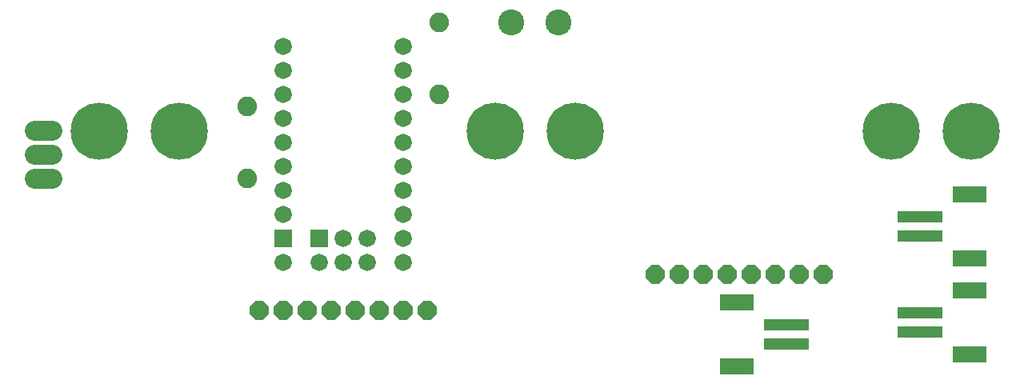
<source format=gts>
G75*
%MOIN*%
%OFA0B0*%
%FSLAX25Y25*%
%IPPOS*%
%LPD*%
%AMOC8*
5,1,8,0,0,1.08239X$1,22.5*
%
%ADD10OC8,0.07800*%
%ADD11C,0.23800*%
%ADD12C,0.07200*%
%ADD13R,0.07200X0.07200*%
%ADD14R,0.18910X0.04737*%
%ADD15R,0.14186X0.07099*%
%ADD16C,0.08200*%
%ADD17C,0.08200*%
%ADD18C,0.10800*%
D10*
X0117980Y0031800D03*
X0127980Y0031800D03*
X0137980Y0031800D03*
X0147980Y0031800D03*
X0157980Y0031800D03*
X0167980Y0031800D03*
X0177980Y0031800D03*
X0187980Y0031800D03*
X0282980Y0046800D03*
X0292980Y0046800D03*
X0302980Y0046800D03*
X0312980Y0046800D03*
X0322980Y0046800D03*
X0332980Y0046800D03*
X0342980Y0046800D03*
X0352980Y0046800D03*
D11*
X0381308Y0106410D03*
X0414609Y0106410D03*
X0249609Y0106410D03*
X0216308Y0106410D03*
X0084609Y0106410D03*
X0051308Y0106410D03*
D12*
X0127980Y0101800D03*
X0127980Y0091800D03*
X0127980Y0081800D03*
X0127980Y0071800D03*
X0152980Y0061800D03*
X0162980Y0061800D03*
X0177980Y0061800D03*
X0177980Y0051800D03*
X0162980Y0051800D03*
X0152980Y0051800D03*
X0142980Y0051800D03*
X0127980Y0051800D03*
X0177980Y0071800D03*
X0177980Y0081800D03*
X0177980Y0091800D03*
X0177980Y0101800D03*
X0177980Y0111800D03*
X0177980Y0121800D03*
X0177980Y0131800D03*
X0177980Y0141800D03*
X0127980Y0141800D03*
X0127980Y0131800D03*
X0127980Y0121800D03*
X0127980Y0111800D03*
D13*
X0127980Y0061800D03*
X0142980Y0061800D03*
D14*
X0337547Y0025737D03*
X0337547Y0017863D03*
X0393413Y0022863D03*
X0393413Y0030737D03*
X0393413Y0062863D03*
X0393413Y0070737D03*
D15*
X0413886Y0080186D03*
X0413886Y0053414D03*
X0413886Y0040186D03*
X0413886Y0013414D03*
X0317074Y0008414D03*
X0317074Y0035186D03*
D16*
X0031680Y0086800D02*
X0024280Y0086800D01*
X0024280Y0096800D02*
X0031680Y0096800D01*
X0031680Y0106800D02*
X0024280Y0106800D01*
D17*
X0112980Y0116800D03*
X0112980Y0086800D03*
X0192980Y0121800D03*
X0192980Y0151800D03*
D18*
X0223137Y0151800D03*
X0242823Y0151800D03*
M02*

</source>
